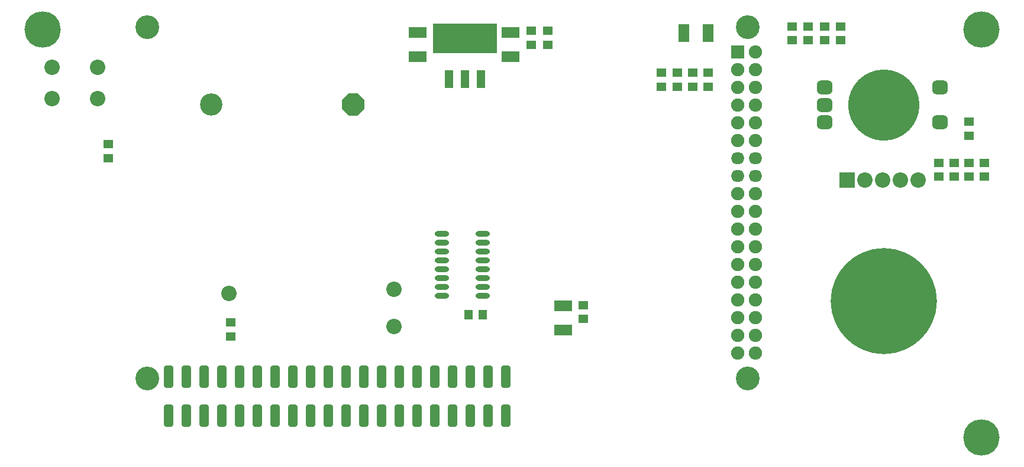
<source format=gbs>
G04*
G04 #@! TF.GenerationSoftware,Altium Limited,Altium Designer,21.0.8 (223)*
G04*
G04 Layer_Color=16711935*
%FSLAX44Y44*%
%MOMM*%
G71*
G04*
G04 #@! TF.SameCoordinates,CF40DC4F-38BD-4AEA-854D-D5A68E69FAB1*
G04*
G04*
G04 #@! TF.FilePolarity,Negative*
G04*
G01*
G75*
%ADD13R,1.4532X1.2032*%
%ADD14R,1.2032X1.4532*%
%ADD16C,2.2032*%
%ADD17R,2.2032X2.2032*%
%ADD18P,3.4671X8X202.5*%
%ADD19C,3.2032*%
%ADD20C,1.9032*%
%ADD21O,1.9032X1.7032*%
%ADD22R,1.9032X1.9032*%
G04:AMPARAMS|DCode=23|XSize=2.0032mm|YSize=2.2032mm|CornerRadius=0.5516mm|HoleSize=0mm|Usage=FLASHONLY|Rotation=270.000|XOffset=0mm|YOffset=0mm|HoleType=Round|Shape=RoundedRectangle|*
%AMROUNDEDRECTD23*
21,1,2.0032,1.1000,0,0,270.0*
21,1,0.9000,2.2032,0,0,270.0*
1,1,1.1032,-0.5500,-0.4500*
1,1,1.1032,-0.5500,0.4500*
1,1,1.1032,0.5500,0.4500*
1,1,1.1032,0.5500,-0.4500*
%
%ADD23ROUNDEDRECTD23*%
%ADD24C,10.2032*%
%ADD25C,5.2032*%
%ADD26C,3.4032*%
%ADD27C,15.2032*%
%ADD55O,2.0532X0.8032*%
%ADD56R,2.6032X1.6032*%
%ADD57R,1.6032X2.6032*%
G04:AMPARAMS|DCode=58|XSize=1.4032mm|YSize=3.2032mm|CornerRadius=0.4016mm|HoleSize=0mm|Usage=FLASHONLY|Rotation=0.000|XOffset=0mm|YOffset=0mm|HoleType=Round|Shape=RoundedRectangle|*
%AMROUNDEDRECTD58*
21,1,1.4032,2.4000,0,0,0.0*
21,1,0.6000,3.2032,0,0,0.0*
1,1,0.8032,0.3000,-1.2000*
1,1,0.8032,-0.3000,-1.2000*
1,1,0.8032,-0.3000,1.2000*
1,1,0.8032,0.3000,1.2000*
%
%ADD58ROUNDEDRECTD58*%
%ADD59R,9.2032X4.2032*%
%ADD60R,1.2032X2.6032*%
D13*
X958159Y554899D02*
D03*
Y534899D02*
D03*
X936316Y554899D02*
D03*
Y534899D02*
D03*
X913595Y554899D02*
D03*
Y534899D02*
D03*
X980839Y554899D02*
D03*
Y534899D02*
D03*
X802162Y221692D02*
D03*
Y201692D02*
D03*
X297145Y196803D02*
D03*
Y176803D02*
D03*
X122016Y452138D02*
D03*
Y432138D02*
D03*
X1332417Y425750D02*
D03*
Y405750D02*
D03*
X1123250Y601250D02*
D03*
Y621250D02*
D03*
X727500Y615000D02*
D03*
Y595000D02*
D03*
X751500Y615000D02*
D03*
Y595000D02*
D03*
X1354083Y464250D02*
D03*
Y484250D02*
D03*
Y405750D02*
D03*
Y425750D02*
D03*
X1375750Y405750D02*
D03*
Y425750D02*
D03*
X1310750Y405750D02*
D03*
Y425750D02*
D03*
X1100500Y621250D02*
D03*
Y601250D02*
D03*
X1147500Y621250D02*
D03*
Y601250D02*
D03*
X1170000Y621250D02*
D03*
Y601250D02*
D03*
D14*
X657749Y207916D02*
D03*
X637749D02*
D03*
D16*
X1280800Y401000D02*
D03*
X1255400D02*
D03*
X1204600D02*
D03*
X1230000D02*
D03*
X42000Y562750D02*
D03*
Y517750D02*
D03*
X107000Y562750D02*
D03*
Y517750D02*
D03*
X531000Y190750D02*
D03*
Y244250D02*
D03*
X294750Y238250D02*
D03*
D17*
X1179200Y401000D02*
D03*
D18*
X472515Y508749D02*
D03*
D19*
X269485D02*
D03*
D20*
X1023250Y153100D02*
D03*
X1048650D02*
D03*
Y178500D02*
D03*
X1023250D02*
D03*
X1048650Y203900D02*
D03*
X1023250D02*
D03*
X1048650Y229300D02*
D03*
X1023250D02*
D03*
X1048650Y254700D02*
D03*
X1023250D02*
D03*
X1048650Y280100D02*
D03*
X1023250D02*
D03*
X1048650Y305500D02*
D03*
X1023250D02*
D03*
X1048650Y330900D02*
D03*
X1023250D02*
D03*
X1048650Y356300D02*
D03*
X1023250D02*
D03*
X1048650Y381700D02*
D03*
X1023250D02*
D03*
X1048650Y457900D02*
D03*
X1023250D02*
D03*
X1048650Y483300D02*
D03*
X1023250D02*
D03*
X1048650Y508700D02*
D03*
X1023250D02*
D03*
X1048650Y534100D02*
D03*
X1023250D02*
D03*
X1048650Y559500D02*
D03*
X1023250D02*
D03*
X1048650Y584900D02*
D03*
D21*
Y407100D02*
D03*
X1023250D02*
D03*
X1048650Y432500D02*
D03*
X1023250D02*
D03*
D22*
Y584900D02*
D03*
D23*
X1147505Y533634D02*
D03*
Y508634D02*
D03*
Y483634D02*
D03*
X1312505Y533634D02*
D03*
Y483634D02*
D03*
D24*
X1231755Y508634D02*
D03*
D25*
X1371727Y31260D02*
D03*
Y617000D02*
D03*
X28000D02*
D03*
D26*
X178190Y620460D02*
D03*
Y116270D02*
D03*
X1037190D02*
D03*
Y620460D02*
D03*
D27*
X1231685Y227257D02*
D03*
D55*
X657750Y323920D02*
D03*
Y311220D02*
D03*
Y298520D02*
D03*
Y285820D02*
D03*
Y273120D02*
D03*
Y260420D02*
D03*
Y247720D02*
D03*
Y235020D02*
D03*
X599750Y323920D02*
D03*
Y311220D02*
D03*
Y298520D02*
D03*
Y285820D02*
D03*
Y273120D02*
D03*
Y260420D02*
D03*
Y247720D02*
D03*
Y235020D02*
D03*
D56*
X773214Y220573D02*
D03*
Y185573D02*
D03*
X564458Y577500D02*
D03*
Y612500D02*
D03*
X698000Y612500D02*
D03*
Y577500D02*
D03*
D57*
X980829Y611250D02*
D03*
X945829D02*
D03*
D58*
X462189Y63100D02*
D03*
X487589D02*
D03*
X512989D02*
D03*
X538389D02*
D03*
X563789D02*
D03*
X589189D02*
D03*
X614589D02*
D03*
X639989D02*
D03*
X665389D02*
D03*
X690789D02*
D03*
Y118500D02*
D03*
X665389D02*
D03*
X639989D02*
D03*
X614589D02*
D03*
X589189D02*
D03*
X563789D02*
D03*
X538389D02*
D03*
X512989D02*
D03*
X487589D02*
D03*
X462189D02*
D03*
X208150Y63100D02*
D03*
X233550D02*
D03*
X258950D02*
D03*
X284350D02*
D03*
X309750D02*
D03*
X335150D02*
D03*
X360550D02*
D03*
X385950D02*
D03*
X411350D02*
D03*
X436750D02*
D03*
Y118500D02*
D03*
X411350D02*
D03*
X385950D02*
D03*
X360550D02*
D03*
X335150D02*
D03*
X309750D02*
D03*
X284350D02*
D03*
X258950D02*
D03*
X233550D02*
D03*
X208150D02*
D03*
D59*
X632750Y603750D02*
D03*
D60*
X609750Y545750D02*
D03*
X632750D02*
D03*
X655750D02*
D03*
M02*

</source>
